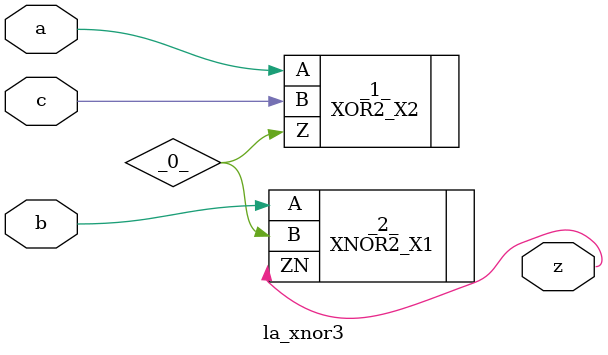
<source format=v>

/* Generated by Yosys 0.37 (git sha1 a5c7f69ed, clang 14.0.0-1ubuntu1.1 -fPIC -Os) */

module la_xnor3(a, b, c, z);
  wire _0_;
  input a;
  wire a;
  input b;
  wire b;
  input c;
  wire c;
  output z;
  wire z;
  XOR2_X2 _1_ (
    .A(a),
    .B(c),
    .Z(_0_)
  );
  XNOR2_X1 _2_ (
    .A(b),
    .B(_0_),
    .ZN(z)
  );
endmodule

</source>
